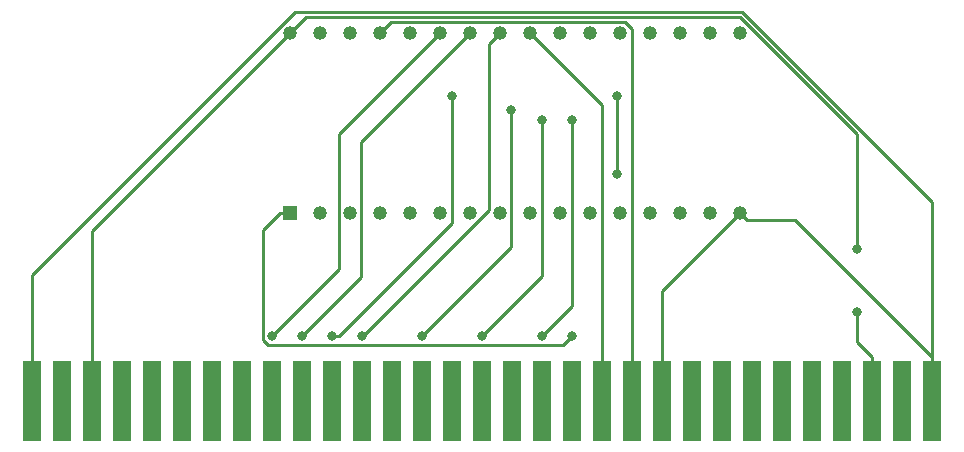
<source format=gbr>
G04 #@! TF.GenerationSoftware,KiCad,Pcbnew,(5.1.5)-3*
G04 #@! TF.CreationDate,2021-07-01T11:46:27+03:00*
G04 #@! TF.ProjectId,ISAMEM,4953414d-454d-42e6-9b69-6361645f7063,rev?*
G04 #@! TF.SameCoordinates,Original*
G04 #@! TF.FileFunction,Copper,L2,Bot*
G04 #@! TF.FilePolarity,Positive*
%FSLAX46Y46*%
G04 Gerber Fmt 4.6, Leading zero omitted, Abs format (unit mm)*
G04 Created by KiCad (PCBNEW (5.1.5)-3) date 2021-07-01 11:46:27*
%MOMM*%
%LPD*%
G04 APERTURE LIST*
%ADD10C,1.184000*%
%ADD11R,1.184000X1.184000*%
%ADD12R,1.524000X6.858000*%
%ADD13C,0.800000*%
%ADD14C,0.250000*%
G04 APERTURE END LIST*
D10*
X192024000Y-103886000D03*
X194564000Y-103886000D03*
X197104000Y-103886000D03*
X199644000Y-103886000D03*
X202184000Y-103886000D03*
X204724000Y-103886000D03*
X207264000Y-103886000D03*
X209804000Y-103886000D03*
X212344000Y-103886000D03*
X214884000Y-103886000D03*
X217424000Y-103886000D03*
X219964000Y-103886000D03*
X222504000Y-103886000D03*
X225044000Y-103886000D03*
X227584000Y-103886000D03*
X230124000Y-103886000D03*
X230124000Y-119126000D03*
X227584000Y-119126000D03*
X225044000Y-119126000D03*
X222504000Y-119126000D03*
X219964000Y-119126000D03*
X217424000Y-119126000D03*
X214884000Y-119126000D03*
X212344000Y-119126000D03*
X209804000Y-119126000D03*
X207264000Y-119126000D03*
X204724000Y-119126000D03*
X202184000Y-119126000D03*
X199644000Y-119126000D03*
X197104000Y-119126000D03*
X194564000Y-119126000D03*
D11*
X192024000Y-119126000D03*
D12*
X246380000Y-135001000D03*
X243840000Y-135001000D03*
X241300000Y-135001000D03*
X238760000Y-135001000D03*
X236220000Y-135001000D03*
X233680000Y-135001000D03*
X231140000Y-135001000D03*
X228600000Y-135001000D03*
X226060000Y-135001000D03*
X223520000Y-135001000D03*
X220980000Y-135001000D03*
X218440000Y-135001000D03*
X215900000Y-135001000D03*
X213360000Y-135001000D03*
X210820000Y-135001000D03*
X208280000Y-135001000D03*
X205740000Y-135001000D03*
X203200000Y-135001000D03*
X200660000Y-135001000D03*
X198120000Y-135001000D03*
X195580000Y-135001000D03*
X193040000Y-135001000D03*
X190500000Y-135001000D03*
X187960000Y-135001000D03*
X185420000Y-135001000D03*
X182880000Y-135001000D03*
X180340000Y-135001000D03*
X177800000Y-135001000D03*
X175260000Y-135001000D03*
X172720000Y-135001000D03*
X170180000Y-135001000D03*
D13*
X219710000Y-109220000D03*
X240030000Y-122174000D03*
X240030000Y-127508000D03*
X213360000Y-129540000D03*
X215900000Y-111252000D03*
X215900000Y-129540000D03*
X219710000Y-115824000D03*
X203200000Y-129540000D03*
X210721001Y-110391001D03*
X190500000Y-129540000D03*
X193040000Y-129540000D03*
X198120000Y-129540000D03*
X195580000Y-129540000D03*
X205740000Y-109220000D03*
X208280000Y-129540000D03*
X213360000Y-111252000D03*
D14*
X175260000Y-120650000D02*
X192024000Y-103886000D01*
X175260000Y-135001000D02*
X175260000Y-120650000D01*
X230114151Y-102518989D02*
X240030000Y-112434838D01*
X192024000Y-103886000D02*
X193391011Y-102518989D01*
X193391011Y-102518989D02*
X230114151Y-102518989D01*
X240030000Y-112434838D02*
X240030000Y-122174000D01*
X240030000Y-122174000D02*
X240030000Y-122174000D01*
X241300000Y-131322000D02*
X240030000Y-130052000D01*
X241300000Y-135001000D02*
X241300000Y-131322000D01*
X240030000Y-130052000D02*
X240030000Y-127508000D01*
X240030000Y-127508000D02*
X240030000Y-127508000D01*
X223520000Y-125730000D02*
X223520000Y-135001000D01*
X230124000Y-119126000D02*
X223520000Y-125730000D01*
X234775999Y-119717999D02*
X246380000Y-131322000D01*
X230124000Y-119126000D02*
X230715999Y-119717999D01*
X230715999Y-119717999D02*
X234775999Y-119717999D01*
X246380000Y-131322000D02*
X246380000Y-135001000D01*
X230300552Y-102068980D02*
X246380000Y-118148428D01*
X192483858Y-102068980D02*
X230300552Y-102068980D01*
X170180000Y-124372838D02*
X192483858Y-102068980D01*
X246380000Y-118148428D02*
X246380000Y-131322000D01*
X170180000Y-135001000D02*
X170180000Y-124372838D01*
X213360000Y-129540000D02*
X215900000Y-127000000D01*
X215900000Y-127000000D02*
X215900000Y-111760000D01*
X215900000Y-111760000D02*
X215900000Y-111760000D01*
X215900000Y-111760000D02*
X215900000Y-111252000D01*
X191182000Y-119126000D02*
X192024000Y-119126000D01*
X189774999Y-120533001D02*
X191182000Y-119126000D01*
X189774999Y-129888001D02*
X189774999Y-120533001D01*
X190151999Y-130265001D02*
X189774999Y-129888001D01*
X215174999Y-130265001D02*
X190151999Y-130265001D01*
X215900000Y-129540000D02*
X215174999Y-130265001D01*
X219710000Y-109220000D02*
X219710000Y-115824000D01*
X200235999Y-103294001D02*
X199644000Y-103886000D01*
X220404161Y-102968999D02*
X200561001Y-102968999D01*
X220980000Y-103544838D02*
X220404161Y-102968999D01*
X200561001Y-102968999D02*
X200235999Y-103294001D01*
X220980000Y-135001000D02*
X220980000Y-103544838D01*
X210721001Y-122018999D02*
X210721001Y-113382999D01*
X203200000Y-129540000D02*
X210721001Y-122018999D01*
X210721001Y-113382999D02*
X210721001Y-110391001D01*
X210721001Y-110391001D02*
X210721001Y-110391001D01*
X204132001Y-104477999D02*
X204724000Y-103886000D01*
X196186999Y-112423001D02*
X204132001Y-104477999D01*
X196186999Y-123853001D02*
X196186999Y-112423001D01*
X190500000Y-129540000D02*
X196186999Y-123853001D01*
X198021001Y-113128999D02*
X206672001Y-104477999D01*
X206672001Y-104477999D02*
X207264000Y-103886000D01*
X198021001Y-124558999D02*
X198021001Y-113128999D01*
X193040000Y-129540000D02*
X198021001Y-124558999D01*
X209212001Y-104477999D02*
X209804000Y-103886000D01*
X208886999Y-118860163D02*
X208886999Y-104803001D01*
X198207162Y-129540000D02*
X208886999Y-118860163D01*
X208886999Y-104803001D02*
X209212001Y-104477999D01*
X198120000Y-129540000D02*
X198207162Y-129540000D01*
X218440000Y-109982000D02*
X212344000Y-103886000D01*
X218440000Y-135001000D02*
X218440000Y-109982000D01*
X196145685Y-129540000D02*
X205740000Y-119945685D01*
X195580000Y-129540000D02*
X196145685Y-129540000D01*
X205740000Y-119945685D02*
X205740000Y-109220000D01*
X205740000Y-109220000D02*
X205740000Y-109220000D01*
X208280000Y-129540000D02*
X213360000Y-124460000D01*
X213360000Y-124460000D02*
X213360000Y-113284000D01*
X213360000Y-113284000D02*
X213360000Y-113284000D01*
X213360000Y-113284000D02*
X213360000Y-111252000D01*
M02*

</source>
